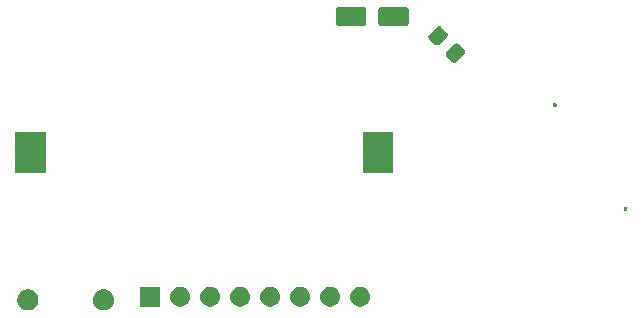
<source format=gts>
%TF.GenerationSoftware,KiCad,Pcbnew,7.0.5*%
%TF.CreationDate,2023-07-22T13:56:16+02:00*%
%TF.ProjectId,eink-NFC,65696e6b-2d4e-4464-932e-6b696361645f,rev?*%
%TF.SameCoordinates,Original*%
%TF.FileFunction,Soldermask,Top*%
%TF.FilePolarity,Negative*%
%FSLAX46Y46*%
G04 Gerber Fmt 4.6, Leading zero omitted, Abs format (unit mm)*
G04 Created by KiCad (PCBNEW 7.0.5) date 2023-07-22 13:56:16*
%MOMM*%
%LPD*%
G01*
G04 APERTURE LIST*
G04 APERTURE END LIST*
G36*
X115178613Y-93084930D02*
G01*
X115225576Y-93084930D01*
X115266122Y-93093548D01*
X115307026Y-93097577D01*
X115358416Y-93113166D01*
X115409615Y-93124049D01*
X115442379Y-93138636D01*
X115475804Y-93148776D01*
X115528920Y-93177166D01*
X115581500Y-93200577D01*
X115605945Y-93218337D01*
X115631349Y-93231916D01*
X115683169Y-93274444D01*
X115733718Y-93311170D01*
X115750131Y-93329398D01*
X115767690Y-93343809D01*
X115814879Y-93401308D01*
X115859615Y-93450993D01*
X115869012Y-93467269D01*
X115879583Y-93480150D01*
X115918683Y-93553302D01*
X115953691Y-93613937D01*
X115957718Y-93626331D01*
X115962723Y-93635695D01*
X115990321Y-93726672D01*
X116011833Y-93792879D01*
X116012590Y-93800082D01*
X116013922Y-93804473D01*
X116026877Y-93936021D01*
X116031500Y-93980000D01*
X116026877Y-94023982D01*
X116013922Y-94155526D01*
X116012590Y-94159916D01*
X116011833Y-94167121D01*
X115990316Y-94233341D01*
X115962723Y-94324304D01*
X115957719Y-94333665D01*
X115953691Y-94346063D01*
X115918676Y-94406709D01*
X115879583Y-94479849D01*
X115869014Y-94492726D01*
X115859615Y-94509007D01*
X115814869Y-94558701D01*
X115767690Y-94616190D01*
X115750134Y-94630597D01*
X115733718Y-94648830D01*
X115683159Y-94685563D01*
X115631349Y-94728083D01*
X115605950Y-94741658D01*
X115581500Y-94759423D01*
X115528908Y-94782838D01*
X115475804Y-94811223D01*
X115442386Y-94821360D01*
X115409615Y-94835951D01*
X115358405Y-94846836D01*
X115307026Y-94862422D01*
X115266131Y-94866449D01*
X115225576Y-94875070D01*
X115178602Y-94875070D01*
X115131499Y-94879709D01*
X115084396Y-94875070D01*
X115037424Y-94875070D01*
X114996869Y-94866449D01*
X114955973Y-94862422D01*
X114904591Y-94846835D01*
X114853385Y-94835951D01*
X114820615Y-94821361D01*
X114787195Y-94811223D01*
X114734085Y-94782835D01*
X114681500Y-94759423D01*
X114657052Y-94741660D01*
X114631650Y-94728083D01*
X114579832Y-94685556D01*
X114529282Y-94648830D01*
X114512868Y-94630600D01*
X114495309Y-94616190D01*
X114448118Y-94558688D01*
X114403385Y-94509007D01*
X114393987Y-94492730D01*
X114383416Y-94479849D01*
X114344310Y-94406686D01*
X114309309Y-94346063D01*
X114305282Y-94333670D01*
X114300276Y-94324304D01*
X114272668Y-94233294D01*
X114251167Y-94167121D01*
X114250410Y-94159921D01*
X114249077Y-94155526D01*
X114236106Y-94023831D01*
X114231500Y-93980000D01*
X114236106Y-93936172D01*
X114249077Y-93804473D01*
X114250410Y-93800077D01*
X114251167Y-93792879D01*
X114272663Y-93726719D01*
X114300276Y-93635695D01*
X114305283Y-93626327D01*
X114309309Y-93613937D01*
X114344302Y-93553326D01*
X114383416Y-93480150D01*
X114393989Y-93467265D01*
X114403385Y-93450993D01*
X114448109Y-93401321D01*
X114495309Y-93343809D01*
X114512871Y-93329395D01*
X114529282Y-93311170D01*
X114579821Y-93274450D01*
X114631650Y-93231916D01*
X114657057Y-93218335D01*
X114681500Y-93200577D01*
X114734073Y-93177169D01*
X114787195Y-93148776D01*
X114820622Y-93138635D01*
X114853385Y-93124049D01*
X114904580Y-93113166D01*
X114955973Y-93097577D01*
X114996877Y-93093548D01*
X115037424Y-93084930D01*
X115084387Y-93084930D01*
X115131500Y-93080290D01*
X115178613Y-93084930D01*
G37*
G36*
X121578613Y-93084930D02*
G01*
X121625576Y-93084930D01*
X121666122Y-93093548D01*
X121707026Y-93097577D01*
X121758416Y-93113166D01*
X121809615Y-93124049D01*
X121842379Y-93138636D01*
X121875804Y-93148776D01*
X121928920Y-93177166D01*
X121981500Y-93200577D01*
X122005945Y-93218337D01*
X122031349Y-93231916D01*
X122083169Y-93274444D01*
X122133718Y-93311170D01*
X122150131Y-93329398D01*
X122167690Y-93343809D01*
X122214879Y-93401308D01*
X122259615Y-93450993D01*
X122269012Y-93467269D01*
X122279583Y-93480150D01*
X122318683Y-93553302D01*
X122353691Y-93613937D01*
X122357718Y-93626331D01*
X122362723Y-93635695D01*
X122390321Y-93726672D01*
X122411833Y-93792879D01*
X122412590Y-93800082D01*
X122413922Y-93804473D01*
X122426877Y-93936021D01*
X122431500Y-93980000D01*
X122426877Y-94023982D01*
X122413922Y-94155526D01*
X122412590Y-94159916D01*
X122411833Y-94167121D01*
X122390316Y-94233341D01*
X122362723Y-94324304D01*
X122357719Y-94333665D01*
X122353691Y-94346063D01*
X122318676Y-94406709D01*
X122279583Y-94479849D01*
X122269014Y-94492726D01*
X122259615Y-94509007D01*
X122214869Y-94558701D01*
X122167690Y-94616190D01*
X122150134Y-94630597D01*
X122133718Y-94648830D01*
X122083159Y-94685563D01*
X122031349Y-94728083D01*
X122005950Y-94741658D01*
X121981500Y-94759423D01*
X121928908Y-94782838D01*
X121875804Y-94811223D01*
X121842386Y-94821360D01*
X121809615Y-94835951D01*
X121758405Y-94846836D01*
X121707026Y-94862422D01*
X121666131Y-94866449D01*
X121625576Y-94875070D01*
X121578602Y-94875070D01*
X121531499Y-94879709D01*
X121484396Y-94875070D01*
X121437424Y-94875070D01*
X121396869Y-94866449D01*
X121355973Y-94862422D01*
X121304591Y-94846835D01*
X121253385Y-94835951D01*
X121220615Y-94821361D01*
X121187195Y-94811223D01*
X121134085Y-94782835D01*
X121081500Y-94759423D01*
X121057052Y-94741660D01*
X121031650Y-94728083D01*
X120979832Y-94685556D01*
X120929282Y-94648830D01*
X120912868Y-94630600D01*
X120895309Y-94616190D01*
X120848118Y-94558688D01*
X120803385Y-94509007D01*
X120793987Y-94492730D01*
X120783416Y-94479849D01*
X120744310Y-94406686D01*
X120709309Y-94346063D01*
X120705282Y-94333670D01*
X120700276Y-94324304D01*
X120672668Y-94233294D01*
X120651167Y-94167121D01*
X120650410Y-94159921D01*
X120649077Y-94155526D01*
X120636106Y-94023831D01*
X120631500Y-93980000D01*
X120636106Y-93936172D01*
X120649077Y-93804473D01*
X120650410Y-93800077D01*
X120651167Y-93792879D01*
X120672663Y-93726719D01*
X120700276Y-93635695D01*
X120705283Y-93626327D01*
X120709309Y-93613937D01*
X120744302Y-93553326D01*
X120783416Y-93480150D01*
X120793989Y-93467265D01*
X120803385Y-93450993D01*
X120848109Y-93401321D01*
X120895309Y-93343809D01*
X120912871Y-93329395D01*
X120929282Y-93311170D01*
X120979821Y-93274450D01*
X121031650Y-93231916D01*
X121057057Y-93218335D01*
X121081500Y-93200577D01*
X121134073Y-93177169D01*
X121187195Y-93148776D01*
X121220622Y-93138635D01*
X121253385Y-93124049D01*
X121304580Y-93113166D01*
X121355973Y-93097577D01*
X121396877Y-93093548D01*
X121437424Y-93084930D01*
X121484387Y-93084930D01*
X121531500Y-93080290D01*
X121578613Y-93084930D01*
G37*
G36*
X126346793Y-94575293D02*
G01*
X124646793Y-94575293D01*
X124646793Y-92875293D01*
X126346793Y-92875293D01*
X126346793Y-94575293D01*
G37*
G36*
X128299457Y-92916895D02*
G01*
X128461793Y-92989171D01*
X128605554Y-93093620D01*
X128724457Y-93225676D01*
X128813307Y-93379567D01*
X128868218Y-93548568D01*
X128886793Y-93725293D01*
X128868218Y-93902018D01*
X128813307Y-94071019D01*
X128724457Y-94224910D01*
X128605554Y-94356966D01*
X128461793Y-94461415D01*
X128299457Y-94533691D01*
X128125642Y-94570637D01*
X127947944Y-94570637D01*
X127774129Y-94533691D01*
X127611793Y-94461415D01*
X127468032Y-94356966D01*
X127349129Y-94224910D01*
X127260279Y-94071019D01*
X127205368Y-93902018D01*
X127186793Y-93725293D01*
X127205368Y-93548568D01*
X127260279Y-93379567D01*
X127349129Y-93225676D01*
X127468032Y-93093620D01*
X127611793Y-92989171D01*
X127774129Y-92916895D01*
X127947944Y-92879949D01*
X128125642Y-92879949D01*
X128299457Y-92916895D01*
G37*
G36*
X130839457Y-92916895D02*
G01*
X131001793Y-92989171D01*
X131145554Y-93093620D01*
X131264457Y-93225676D01*
X131353307Y-93379567D01*
X131408218Y-93548568D01*
X131426793Y-93725293D01*
X131408218Y-93902018D01*
X131353307Y-94071019D01*
X131264457Y-94224910D01*
X131145554Y-94356966D01*
X131001793Y-94461415D01*
X130839457Y-94533691D01*
X130665642Y-94570637D01*
X130487944Y-94570637D01*
X130314129Y-94533691D01*
X130151793Y-94461415D01*
X130008032Y-94356966D01*
X129889129Y-94224910D01*
X129800279Y-94071019D01*
X129745368Y-93902018D01*
X129726793Y-93725293D01*
X129745368Y-93548568D01*
X129800279Y-93379567D01*
X129889129Y-93225676D01*
X130008032Y-93093620D01*
X130151793Y-92989171D01*
X130314129Y-92916895D01*
X130487944Y-92879949D01*
X130665642Y-92879949D01*
X130839457Y-92916895D01*
G37*
G36*
X133379457Y-92916895D02*
G01*
X133541793Y-92989171D01*
X133685554Y-93093620D01*
X133804457Y-93225676D01*
X133893307Y-93379567D01*
X133948218Y-93548568D01*
X133966793Y-93725293D01*
X133948218Y-93902018D01*
X133893307Y-94071019D01*
X133804457Y-94224910D01*
X133685554Y-94356966D01*
X133541793Y-94461415D01*
X133379457Y-94533691D01*
X133205642Y-94570637D01*
X133027944Y-94570637D01*
X132854129Y-94533691D01*
X132691793Y-94461415D01*
X132548032Y-94356966D01*
X132429129Y-94224910D01*
X132340279Y-94071019D01*
X132285368Y-93902018D01*
X132266793Y-93725293D01*
X132285368Y-93548568D01*
X132340279Y-93379567D01*
X132429129Y-93225676D01*
X132548032Y-93093620D01*
X132691793Y-92989171D01*
X132854129Y-92916895D01*
X133027944Y-92879949D01*
X133205642Y-92879949D01*
X133379457Y-92916895D01*
G37*
G36*
X135919457Y-92916895D02*
G01*
X136081793Y-92989171D01*
X136225554Y-93093620D01*
X136344457Y-93225676D01*
X136433307Y-93379567D01*
X136488218Y-93548568D01*
X136506793Y-93725293D01*
X136488218Y-93902018D01*
X136433307Y-94071019D01*
X136344457Y-94224910D01*
X136225554Y-94356966D01*
X136081793Y-94461415D01*
X135919457Y-94533691D01*
X135745642Y-94570637D01*
X135567944Y-94570637D01*
X135394129Y-94533691D01*
X135231793Y-94461415D01*
X135088032Y-94356966D01*
X134969129Y-94224910D01*
X134880279Y-94071019D01*
X134825368Y-93902018D01*
X134806793Y-93725293D01*
X134825368Y-93548568D01*
X134880279Y-93379567D01*
X134969129Y-93225676D01*
X135088032Y-93093620D01*
X135231793Y-92989171D01*
X135394129Y-92916895D01*
X135567944Y-92879949D01*
X135745642Y-92879949D01*
X135919457Y-92916895D01*
G37*
G36*
X138459457Y-92916895D02*
G01*
X138621793Y-92989171D01*
X138765554Y-93093620D01*
X138884457Y-93225676D01*
X138973307Y-93379567D01*
X139028218Y-93548568D01*
X139046793Y-93725293D01*
X139028218Y-93902018D01*
X138973307Y-94071019D01*
X138884457Y-94224910D01*
X138765554Y-94356966D01*
X138621793Y-94461415D01*
X138459457Y-94533691D01*
X138285642Y-94570637D01*
X138107944Y-94570637D01*
X137934129Y-94533691D01*
X137771793Y-94461415D01*
X137628032Y-94356966D01*
X137509129Y-94224910D01*
X137420279Y-94071019D01*
X137365368Y-93902018D01*
X137346793Y-93725293D01*
X137365368Y-93548568D01*
X137420279Y-93379567D01*
X137509129Y-93225676D01*
X137628032Y-93093620D01*
X137771793Y-92989171D01*
X137934129Y-92916895D01*
X138107944Y-92879949D01*
X138285642Y-92879949D01*
X138459457Y-92916895D01*
G37*
G36*
X140999457Y-92916895D02*
G01*
X141161793Y-92989171D01*
X141305554Y-93093620D01*
X141424457Y-93225676D01*
X141513307Y-93379567D01*
X141568218Y-93548568D01*
X141586793Y-93725293D01*
X141568218Y-93902018D01*
X141513307Y-94071019D01*
X141424457Y-94224910D01*
X141305554Y-94356966D01*
X141161793Y-94461415D01*
X140999457Y-94533691D01*
X140825642Y-94570637D01*
X140647944Y-94570637D01*
X140474129Y-94533691D01*
X140311793Y-94461415D01*
X140168032Y-94356966D01*
X140049129Y-94224910D01*
X139960279Y-94071019D01*
X139905368Y-93902018D01*
X139886793Y-93725293D01*
X139905368Y-93548568D01*
X139960279Y-93379567D01*
X140049129Y-93225676D01*
X140168032Y-93093620D01*
X140311793Y-92989171D01*
X140474129Y-92916895D01*
X140647944Y-92879949D01*
X140825642Y-92879949D01*
X140999457Y-92916895D01*
G37*
G36*
X143539457Y-92916895D02*
G01*
X143701793Y-92989171D01*
X143845554Y-93093620D01*
X143964457Y-93225676D01*
X144053307Y-93379567D01*
X144108218Y-93548568D01*
X144126793Y-93725293D01*
X144108218Y-93902018D01*
X144053307Y-94071019D01*
X143964457Y-94224910D01*
X143845554Y-94356966D01*
X143701793Y-94461415D01*
X143539457Y-94533691D01*
X143365642Y-94570637D01*
X143187944Y-94570637D01*
X143014129Y-94533691D01*
X142851793Y-94461415D01*
X142708032Y-94356966D01*
X142589129Y-94224910D01*
X142500279Y-94071019D01*
X142445368Y-93902018D01*
X142426793Y-93725293D01*
X142445368Y-93548568D01*
X142500279Y-93379567D01*
X142589129Y-93225676D01*
X142708032Y-93093620D01*
X142851793Y-92989171D01*
X143014129Y-92916895D01*
X143187944Y-92879949D01*
X143365642Y-92879949D01*
X143539457Y-92916895D01*
G37*
G36*
X165859440Y-86157067D02*
G01*
X165875921Y-86168079D01*
X165886933Y-86184560D01*
X165890800Y-86204000D01*
X165890800Y-86404000D01*
X165886933Y-86423440D01*
X165875921Y-86439921D01*
X165859440Y-86450933D01*
X165840000Y-86454800D01*
X165640000Y-86454800D01*
X165620560Y-86450933D01*
X165604079Y-86439921D01*
X165593067Y-86423440D01*
X165589200Y-86404000D01*
X165589200Y-86204000D01*
X165593067Y-86184560D01*
X165604079Y-86168079D01*
X165620560Y-86157067D01*
X165640000Y-86153200D01*
X165840000Y-86153200D01*
X165859440Y-86157067D01*
G37*
G36*
X116669500Y-83284000D02*
G01*
X114069500Y-83284000D01*
X114069500Y-79784000D01*
X116669500Y-79784000D01*
X116669500Y-83284000D01*
G37*
G36*
X146069500Y-83284000D02*
G01*
X143469500Y-83284000D01*
X143469500Y-79784000D01*
X146069500Y-79784000D01*
X146069500Y-83284000D01*
G37*
G36*
X159859440Y-77357067D02*
G01*
X159875921Y-77368079D01*
X159886933Y-77384560D01*
X159890800Y-77404000D01*
X159890800Y-77604000D01*
X159886933Y-77623440D01*
X159875921Y-77639921D01*
X159859440Y-77650933D01*
X159840000Y-77654800D01*
X159640000Y-77654800D01*
X159620560Y-77650933D01*
X159604079Y-77639921D01*
X159593067Y-77623440D01*
X159589200Y-77604000D01*
X159589200Y-77404000D01*
X159593067Y-77384560D01*
X159604079Y-77368079D01*
X159620560Y-77357067D01*
X159640000Y-77353200D01*
X159840000Y-77353200D01*
X159859440Y-77357067D01*
G37*
G36*
X151451011Y-72275000D02*
G01*
X151470221Y-72275000D01*
X151490495Y-72282854D01*
X151520144Y-72288752D01*
X151540045Y-72302049D01*
X151557525Y-72308821D01*
X151597120Y-72340185D01*
X151601250Y-72342945D01*
X152078547Y-72820242D01*
X152081293Y-72824353D01*
X152112669Y-72863964D01*
X152119441Y-72881444D01*
X152132740Y-72901348D01*
X152138637Y-72930997D01*
X152146492Y-72951271D01*
X152146492Y-72970480D01*
X152151771Y-72997019D01*
X152146492Y-73023557D01*
X152146492Y-73042766D01*
X152138638Y-73063038D01*
X152132740Y-73092690D01*
X152119440Y-73112594D01*
X152112669Y-73130073D01*
X152081310Y-73169660D01*
X152078547Y-73173796D01*
X151406796Y-73845547D01*
X151402672Y-73848301D01*
X151363073Y-73879669D01*
X151345594Y-73886440D01*
X151325690Y-73899740D01*
X151296040Y-73905637D01*
X151275767Y-73913492D01*
X151256557Y-73913492D01*
X151230019Y-73918771D01*
X151203481Y-73913492D01*
X151184271Y-73913492D01*
X151163996Y-73905637D01*
X151134348Y-73899740D01*
X151114445Y-73886441D01*
X151096966Y-73879670D01*
X151057373Y-73848307D01*
X151053242Y-73845547D01*
X150575945Y-73368250D01*
X150573199Y-73364140D01*
X150541822Y-73324527D01*
X150535049Y-73307045D01*
X150521752Y-73287144D01*
X150515853Y-73257494D01*
X150508000Y-73237220D01*
X150508000Y-73218011D01*
X150502721Y-73191473D01*
X150508000Y-73164934D01*
X150508000Y-73145725D01*
X150515854Y-73125449D01*
X150521752Y-73095802D01*
X150535049Y-73075901D01*
X150541822Y-73058418D01*
X150573191Y-73018816D01*
X150575945Y-73014696D01*
X151247696Y-72342945D01*
X151251804Y-72340199D01*
X151291418Y-72308822D01*
X151308901Y-72302049D01*
X151328802Y-72288752D01*
X151358449Y-72282854D01*
X151378725Y-72275000D01*
X151397935Y-72275000D01*
X151424473Y-72269721D01*
X151451011Y-72275000D01*
G37*
G36*
X149983765Y-70807754D02*
G01*
X150002975Y-70807754D01*
X150023249Y-70815608D01*
X150052898Y-70821506D01*
X150072799Y-70834803D01*
X150090279Y-70841575D01*
X150129874Y-70872939D01*
X150134004Y-70875699D01*
X150611301Y-71352996D01*
X150614047Y-71357107D01*
X150645423Y-71396718D01*
X150652195Y-71414198D01*
X150665494Y-71434102D01*
X150671391Y-71463751D01*
X150679246Y-71484025D01*
X150679246Y-71503234D01*
X150684525Y-71529773D01*
X150679246Y-71556311D01*
X150679246Y-71575520D01*
X150671392Y-71595792D01*
X150665494Y-71625444D01*
X150652194Y-71645348D01*
X150645423Y-71662827D01*
X150614064Y-71702414D01*
X150611301Y-71706550D01*
X149939550Y-72378301D01*
X149935426Y-72381055D01*
X149895827Y-72412423D01*
X149878348Y-72419194D01*
X149858444Y-72432494D01*
X149828794Y-72438391D01*
X149808521Y-72446246D01*
X149789311Y-72446246D01*
X149762773Y-72451525D01*
X149736235Y-72446246D01*
X149717025Y-72446246D01*
X149696750Y-72438391D01*
X149667102Y-72432494D01*
X149647199Y-72419195D01*
X149629720Y-72412424D01*
X149590127Y-72381061D01*
X149585996Y-72378301D01*
X149108699Y-71901004D01*
X149105953Y-71896894D01*
X149074576Y-71857281D01*
X149067803Y-71839799D01*
X149054506Y-71819898D01*
X149048607Y-71790248D01*
X149040754Y-71769974D01*
X149040754Y-71750765D01*
X149035475Y-71724227D01*
X149040754Y-71697688D01*
X149040754Y-71678479D01*
X149048608Y-71658203D01*
X149054506Y-71628556D01*
X149067803Y-71608655D01*
X149074576Y-71591172D01*
X149105945Y-71551570D01*
X149108699Y-71547450D01*
X149780450Y-70875699D01*
X149784558Y-70872953D01*
X149824172Y-70841576D01*
X149841655Y-70834803D01*
X149861556Y-70821506D01*
X149891203Y-70815608D01*
X149911479Y-70807754D01*
X149930689Y-70807754D01*
X149957227Y-70802475D01*
X149983765Y-70807754D01*
G37*
G36*
X143548850Y-69200964D02*
G01*
X143599040Y-69206787D01*
X143616189Y-69214359D01*
X143639671Y-69219030D01*
X143664810Y-69235827D01*
X143684696Y-69244608D01*
X143698277Y-69258189D01*
X143720777Y-69273223D01*
X143735810Y-69295722D01*
X143749391Y-69309303D01*
X143758170Y-69329186D01*
X143774970Y-69354329D01*
X143779641Y-69377812D01*
X143787212Y-69394959D01*
X143793033Y-69445139D01*
X143794000Y-69450000D01*
X143794000Y-70550000D01*
X143793032Y-70554863D01*
X143787212Y-70605040D01*
X143779641Y-70622185D01*
X143774970Y-70645671D01*
X143758169Y-70670815D01*
X143749391Y-70690696D01*
X143735812Y-70704274D01*
X143720777Y-70726777D01*
X143698274Y-70741812D01*
X143684696Y-70755391D01*
X143664815Y-70764169D01*
X143639671Y-70780970D01*
X143616185Y-70785641D01*
X143599040Y-70793212D01*
X143548861Y-70799032D01*
X143544000Y-70800000D01*
X141444000Y-70800000D01*
X141439138Y-70799032D01*
X141388959Y-70793212D01*
X141371812Y-70785641D01*
X141348329Y-70780970D01*
X141323186Y-70764170D01*
X141303303Y-70755391D01*
X141289722Y-70741810D01*
X141267223Y-70726777D01*
X141252189Y-70704277D01*
X141238608Y-70690696D01*
X141229827Y-70670810D01*
X141213030Y-70645671D01*
X141208359Y-70622189D01*
X141200787Y-70605040D01*
X141194964Y-70554849D01*
X141194000Y-70550000D01*
X141194000Y-69450000D01*
X141194964Y-69445150D01*
X141200787Y-69394959D01*
X141208359Y-69377808D01*
X141213030Y-69354329D01*
X141229826Y-69329191D01*
X141238608Y-69309303D01*
X141252191Y-69295719D01*
X141267223Y-69273223D01*
X141289719Y-69258191D01*
X141303303Y-69244608D01*
X141323191Y-69235826D01*
X141348329Y-69219030D01*
X141371808Y-69214359D01*
X141388959Y-69206787D01*
X141439151Y-69200964D01*
X141444000Y-69200000D01*
X143544000Y-69200000D01*
X143548850Y-69200964D01*
G37*
G36*
X147148850Y-69200964D02*
G01*
X147199040Y-69206787D01*
X147216189Y-69214359D01*
X147239671Y-69219030D01*
X147264810Y-69235827D01*
X147284696Y-69244608D01*
X147298277Y-69258189D01*
X147320777Y-69273223D01*
X147335810Y-69295722D01*
X147349391Y-69309303D01*
X147358170Y-69329186D01*
X147374970Y-69354329D01*
X147379641Y-69377812D01*
X147387212Y-69394959D01*
X147393033Y-69445139D01*
X147394000Y-69450000D01*
X147394000Y-70550000D01*
X147393032Y-70554863D01*
X147387212Y-70605040D01*
X147379641Y-70622185D01*
X147374970Y-70645671D01*
X147358169Y-70670815D01*
X147349391Y-70690696D01*
X147335812Y-70704274D01*
X147320777Y-70726777D01*
X147298274Y-70741812D01*
X147284696Y-70755391D01*
X147264815Y-70764169D01*
X147239671Y-70780970D01*
X147216185Y-70785641D01*
X147199040Y-70793212D01*
X147148861Y-70799032D01*
X147144000Y-70800000D01*
X145044000Y-70800000D01*
X145039138Y-70799032D01*
X144988959Y-70793212D01*
X144971812Y-70785641D01*
X144948329Y-70780970D01*
X144923186Y-70764170D01*
X144903303Y-70755391D01*
X144889722Y-70741810D01*
X144867223Y-70726777D01*
X144852189Y-70704277D01*
X144838608Y-70690696D01*
X144829827Y-70670810D01*
X144813030Y-70645671D01*
X144808359Y-70622189D01*
X144800787Y-70605040D01*
X144794964Y-70554849D01*
X144794000Y-70550000D01*
X144794000Y-69450000D01*
X144794964Y-69445150D01*
X144800787Y-69394959D01*
X144808359Y-69377808D01*
X144813030Y-69354329D01*
X144829826Y-69329191D01*
X144838608Y-69309303D01*
X144852191Y-69295719D01*
X144867223Y-69273223D01*
X144889719Y-69258191D01*
X144903303Y-69244608D01*
X144923191Y-69235826D01*
X144948329Y-69219030D01*
X144971808Y-69214359D01*
X144988959Y-69206787D01*
X145039151Y-69200964D01*
X145044000Y-69200000D01*
X147144000Y-69200000D01*
X147148850Y-69200964D01*
G37*
M02*

</source>
